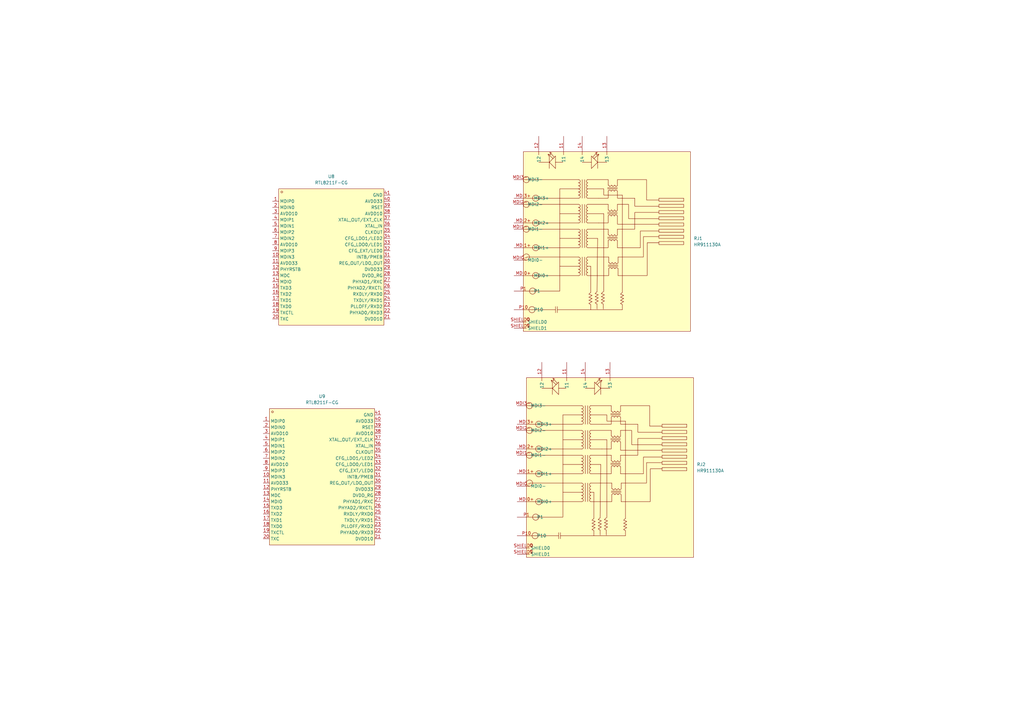
<source format=kicad_sch>
(kicad_sch (version 20250114) (generator "eeschema") (generator_version "9.0")
  (paper "A3")
  (title_block (date "2025-02-20") (rev "V0.1") (company "Matthew Spotten"))
  (lib_symbols
    (symbol "easyeda2kicad:HR911130A"
      (property "Reference" "RJ" (at 0 44.45 0))
      (property "Value" "HR911130A" (at 0 -44.45 0))
      (symbol "HR911130A_0_1"
        (rectangle (start -29.21 33.02) (end 39.37 -40.64) (fill (type background)))
        (circle (center -27.94 21.59) (radius 1.27))
        (circle (center -27.94 11.43) (radius 1.27))
        (circle (center -27.94 1.27) (radius 1.27))
        (circle (center -27.94 -10.16) (radius 1.27))
        (circle (center -27.18 -35.56) (radius 0.51))
        (circle (center -27.18 -38.1) (radius 0.51))
        (circle (center -25.65 -31.75) (radius 1.27))
        (circle (center -25.4 -24.13) (radius 1.27))
        (circle (center -24.13 13.97) (radius 1.27))
        (circle (center -24.13 3.81) (radius 1.27))
        (circle (center -24.13 -6.35) (radius 1.27))
        (circle (center -24.13 -17.78) (radius 1.27))
        (polyline (pts (xy -19.05 32) (xy -18.8 31.24)))
        (polyline (pts (xy -19.05 32) (xy -18.03 31.75)))
        (polyline (pts (xy -18.54 31.24) (xy -18.54 28.7)))
        (polyline (pts (xy -18.54 28.7) (xy -18.54 26.16)))
        (polyline (pts (xy -18.54 28.7) (xy -17.02 30.23)))
        (polyline (pts (xy -18.29 32.77) (xy -18.03 31.75)))
        (polyline (pts (xy -18.29 32.77) (xy -17.53 32.51)))
        (polyline (pts (xy -18.29 28.7) (xy -22.86 28.7)))
        (polyline (pts (xy -17.02 30.23) (xy -19.05 32)))
        (polyline (pts (xy -17.02 30.23) (xy -16.51 30.73)))
        (polyline (pts (xy -16.51 30.73) (xy -18.29 32.77)))
        (polyline (pts (xy -16.51 30.73) (xy -16 31.24)))
        (polyline (pts (xy -16 31.24) (xy -16 28.7)))
        (polyline (pts (xy -16 28.7) (xy -16 26.16)))
        (polyline (pts (xy -16 28.7) (xy -12.95 28.7)))
        (polyline (pts (xy -16 26.16) (xy -18.54 28.7)))
        (polyline (pts (xy -16 -30.48) (xy -16 -33.02)))
        (polyline (pts (xy -16 -31.75) (xy -25.4 -31.75)))
        (polyline (pts (xy -15.24 -30.48) (xy -15.24 -33.02)))
        (polyline (pts (xy -14.22 17.78) (xy -14.22 -24.13) (xy -25.4 -24.13)))
        (arc (start -5.84 15.75) (mid -6.1536 15.396) (end -6.6 15.24))
        (arc (start -5.84 5.59) (mid -6.1536 5.236) (end -6.6 5.08))
        (arc (start -5.84 -4.57) (mid -6.1536 -4.924) (end -6.6 -5.08))
        (arc (start -5.84 -16) (mid -6.1536 -16.354) (end -6.6 -16.51))
        (polyline (pts (xy -6.6 21.59) (xy -27.94 21.59)))
        (polyline (pts (xy -6.6 17.78) (xy -14.22 17.78)))
        (polyline (pts (xy -6.6 13.97) (xy -25.4 13.97)))
        (polyline (pts (xy -6.6 11.43) (xy -27.94 11.43)))
        (polyline (pts (xy -6.6 7.62) (xy -14.22 7.62)))
        (polyline (pts (xy -6.6 3.81) (xy -25.4 3.81)))
        (polyline (pts (xy -6.6 1.27) (xy -27.94 1.27)))
        (polyline (pts (xy -6.6 -2.54) (xy -14.22 -2.54)))
        (polyline (pts (xy -6.6 -6.35) (xy -25.4 -6.35)))
        (polyline (pts (xy -6.6 -10.16) (xy -27.94 -10.16)))
        (polyline (pts (xy -6.6 -13.97) (xy -14.22 -13.97)))
        (polyline (pts (xy -6.6 -17.78) (xy -25.4 -17.78)))
        (arc (start -6.6 21.59) (mid -6.0601 21.3699) (end -5.84 20.83))
        (arc (start -6.6 20.32) (mid -6.0601 20.0999) (end -5.84 19.56))
        (arc (start -6.6 19.05) (mid -6.0601 18.8299) (end -5.84 18.29))
        (arc (start -6.6 17.78) (mid -6.0601 17.5599) (end -5.84 17.02))
        (arc (start -6.6 16.51) (mid -6.0601 16.2899) (end -5.84 15.75))
        (arc (start -6.6 15.24) (mid -6.0601 15.0199) (end -5.84 14.48))
        (arc (start -6.6 11.43) (mid -6.0601 11.2099) (end -5.84 10.67))
        (arc (start -6.6 10.16) (mid -6.0601 9.9399) (end -5.84 9.4))
        (arc (start -6.6 8.89) (mid -6.0601 8.6699) (end -5.84 8.13))
        (arc (start -6.6 7.62) (mid -6.0601 7.3999) (end -5.84 6.86))
        (arc (start -6.6 6.35) (mid -6.0601 6.1299) (end -5.84 5.59))
        (arc (start -6.6 5.08) (mid -6.0601 4.8599) (end -5.84 4.32))
        (arc (start -6.6 1.27) (mid -6.0601 1.0499) (end -5.84 0.51))
        (arc (start -6.6 0) (mid -6.0601 -0.2201) (end -5.84 -0.76))
        (arc (start -6.6 -1.27) (mid -6.0601 -1.4901) (end -5.84 -2.03))
        (arc (start -6.6 -2.54) (mid -6.0601 -2.7601) (end -5.84 -3.3))
        (arc (start -6.6 -3.81) (mid -6.0601 -4.0301) (end -5.84 -4.57))
        (arc (start -6.6 -5.08) (mid -6.0601 -5.3001) (end -5.84 -5.84))
        (arc (start -6.6 -10.16) (mid -6.0601 -10.3801) (end -5.84 -10.92))
        (arc (start -6.6 -11.43) (mid -6.0601 -11.6501) (end -5.84 -12.19))
        (arc (start -6.6 -12.7) (mid -6.0601 -12.9201) (end -5.84 -13.46))
        (arc (start -6.6 -13.97) (mid -6.0601 -14.1901) (end -5.84 -14.73))
        (arc (start -6.6 -15.24) (mid -6.0601 -15.4601) (end -5.84 -16))
        (arc (start -6.6 -16.51) (mid -6.0601 -16.7301) (end -5.84 -17.27))
        (arc (start -5.84 20.83) (mid -6.1141 20.4171) (end -6.6 20.32))
        (arc (start -5.84 19.56) (mid -6.1141 19.1471) (end -6.6 19.05))
        (arc (start -5.84 18.29) (mid -6.1141 17.8771) (end -6.6 17.78))
        (arc (start -5.84 17.02) (mid -6.1141 16.6071) (end -6.6 16.51))
        (arc (start -5.84 14.48) (mid -6.1141 14.0671) (end -6.6 13.97))
        (arc (start -5.84 10.67) (mid -6.1141 10.2571) (end -6.6 10.16))
        (arc (start -5.84 9.4) (mid -6.1141 8.9871) (end -6.6 8.89))
        (arc (start -5.84 8.13) (mid -6.1141 7.7171) (end -6.6 7.62))
        (arc (start -5.84 6.86) (mid -6.1141 6.4471) (end -6.6 6.35))
        (arc (start -5.84 4.32) (mid -6.1141 3.9071) (end -6.6 3.81))
        (arc (start -5.84 0.51) (mid -6.1141 0.0971) (end -6.6 0))
        (arc (start -5.84 -0.76) (mid -6.1141 -1.1729) (end -6.6 -1.27))
        (arc (start -5.84 -2.03) (mid -6.1141 -2.4429) (end -6.6 -2.54))
        (arc (start -5.84 -3.3) (mid -6.1141 -3.7129) (end -6.6 -3.81))
        (arc (start -5.84 -5.84) (mid -6.1141 -6.2529) (end -6.6 -6.35))
        (arc (start -5.84 -10.92) (mid -6.1141 -11.3329) (end -6.6 -11.43))
        (arc (start -5.84 -12.19) (mid -6.1141 -12.6029) (end -6.6 -12.7))
        (arc (start -5.84 -13.46) (mid -6.1141 -13.8729) (end -6.6 -13.97))
        (arc (start -5.84 -14.73) (mid -6.1141 -15.1429) (end -6.6 -15.24))
        (arc (start -5.84 -17.27) (mid -6.1141 -17.6829) (end -6.6 -17.78))
        (polyline (pts (xy -5.08 21.59) (xy -5.08 13.97)))
        (polyline (pts (xy -5.08 11.43) (xy -5.08 3.81)))
        (polyline (pts (xy -5.08 1.27) (xy -5.08 -6.35)))
        (polyline (pts (xy -5.08 -10.16) (xy -5.08 -17.78)))
        (polyline (pts (xy -4.06 21.59) (xy -4.06 13.97)))
        (polyline (pts (xy -4.06 11.43) (xy -4.06 3.81)))
        (polyline (pts (xy -4.06 1.27) (xy -4.06 -6.35)))
        (polyline (pts (xy -4.06 -10.16) (xy -4.06 -17.78)))
        (polyline (pts (xy -3.05 -13.97) (xy -1.52 -13.97)))
        (arc (start -2.79 20.32) (mid -3.1516 20.4684) (end -3.3 20.83))
        (arc (start -2.79 19.05) (mid -3.1516 19.1984) (end -3.3 19.56))
        (arc (start -2.79 17.78) (mid -3.1516 17.9284) (end -3.3 18.29))
        (arc (start -2.79 16.51) (mid -3.1516 16.6584) (end -3.3 17.02))
        (arc (start -2.79 15.24) (mid -3.1516 15.3884) (end -3.3 15.75))
        (arc (start -2.79 13.97) (mid -3.1516 14.1184) (end -3.3 14.48))
        (arc (start -2.79 10.16) (mid -3.1516 10.3084) (end -3.3 10.67))
        (arc (start -2.79 8.89) (mid -3.1516 9.0384) (end -3.3 9.4))
        (arc (start -2.79 7.62) (mid -3.1516 7.7684) (end -3.3 8.13))
        (arc (start -2.79 6.35) (mid -3.1516 6.4984) (end -3.3 6.86))
        (arc (start -2.79 5.08) (mid -3.1516 5.2284) (end -3.3 5.59))
        (arc (start -2.79 3.81) (mid -3.1516 3.9584) (end -3.3 4.32))
        (arc (start -2.79 0) (mid -3.1516 0.1484) (end -3.3 0.51))
        (arc (start -2.79 -1.27) (mid -3.1516 -1.1216) (end -3.3 -0.76))
        (arc (start -2.79 -2.54) (mid -3.1516 -2.3916) (end -3.3 -2.03))
        (arc (start -2.79 -3.81) (mid -3.1516 -3.6616) (end -3.3 -3.3))
        (arc (start -2.79 -5.08) (mid -3.1516 -4.9316) (end -3.3 -4.57))
        (arc (start -2.79 -6.35) (mid -3.1516 -6.2016) (end -3.3 -5.84))
        (arc (start -2.79 -11.43) (mid -3.1516 -11.2816) (end -3.3 -10.92))
        (arc (start -2.79 -12.7) (mid -3.1516 -12.5516) (end -3.3 -12.19))
        (arc (start -2.79 -13.97) (mid -3.1516 -13.8216) (end -3.3 -13.46))
        (arc (start -2.79 -15.24) (mid -3.1516 -15.0916) (end -3.3 -14.73))
        (arc (start -2.79 -16.51) (mid -3.1516 -16.3616) (end -3.3 -16))
        (arc (start -2.79 -17.78) (mid -3.1516 -17.6316) (end -3.3 -17.27))
        (polyline (pts (xy -2.79 17.78) (xy 3.81 17.78) (xy 3.81 15.24) (xy 11.43 15.24)))
        (polyline (pts (xy -2.79 13.97) (xy 1.78 13.97)))
        (polyline (pts (xy -2.79 7.62) (xy 3.81 7.62)))
        (polyline (pts (xy -2.79 3.81) (xy 1.78 3.81)))
        (polyline (pts (xy -2.79 -2.54) (xy 1.27 -2.54)))
        (polyline (pts (xy -2.79 -6.35) (xy 1.78 -6.35)))
        (polyline (pts (xy -2.79 -17.78) (xy 5.84 -17.78) (xy 5.84 -14.99)))
        (arc (start -3.3 20.83) (mid -3.2032 21.3162) (end -2.79 21.59))
        (arc (start -3.3 18.29) (mid -3.2032 18.7762) (end -2.79 19.05))
        (arc (start -3.3 17.02) (mid -3.2032 17.5062) (end -2.79 17.78))
        (arc (start -3.3 15.75) (mid -3.2032 16.2362) (end -2.79 16.51))
        (arc (start -3.3 14.48) (mid -3.2032 14.9662) (end -2.79 15.24))
        (arc (start -3.3 10.67) (mid -3.2032 11.1562) (end -2.79 11.43))
        (arc (start -3.3 8.13) (mid -3.2032 8.6162) (end -2.79 8.89))
        (arc (start -3.3 6.86) (mid -3.2032 7.3462) (end -2.79 7.62))
        (arc (start -3.3 5.59) (mid -3.2032 6.0762) (end -2.79 6.35))
        (arc (start -3.3 4.32) (mid -3.2032 4.8062) (end -2.79 5.08))
        (arc (start -3.3 0.51) (mid -3.2032 0.9962) (end -2.79 1.27))
        (arc (start -3.3 -2.03) (mid -3.2032 -1.5438) (end -2.79 -1.27))
        (arc (start -3.3 -3.3) (mid -3.2032 -2.8138) (end -2.79 -2.54))
        (arc (start -3.3 -4.57) (mid -3.2032 -4.0838) (end -2.79 -3.81))
        (arc (start -3.3 -5.84) (mid -3.2032 -5.3538) (end -2.79 -5.08))
        (arc (start -3.3 -10.92) (mid -3.2032 -10.4338) (end -2.79 -10.16))
        (arc (start -3.3 -13.46) (mid -3.2032 -12.9738) (end -2.79 -12.7))
        (arc (start -3.3 -14.73) (mid -3.2032 -14.2438) (end -2.79 -13.97))
        (arc (start -3.3 -16) (mid -3.2032 -15.5138) (end -2.79 -15.24))
        (arc (start -3.3 -17.27) (mid -3.2032 -16.7838) (end -2.79 -16.51))
        (arc (start -3.3 19.56) (mid -3.1472 20.0086) (end -2.79 20.32))
        (arc (start -3.3 9.4) (mid -3.1472 9.8486) (end -2.79 10.16))
        (arc (start -3.3 -0.76) (mid -3.1472 -0.3114) (end -2.79 0))
        (arc (start -3.3 -12.19) (mid -3.1472 -11.7414) (end -2.79 -11.43))
        (polyline (pts (xy -2.29 -25.4) (xy -1.02 -25.91)))
        (polyline (pts (xy -2.29 -26.67) (xy -1.02 -27.18)))
        (polyline (pts (xy -2.29 -27.94) (xy -1.02 -28.45)))
        (polyline (pts (xy -2.29 -29.21) (xy -1.52 -29.72)))
        (polyline (pts (xy -1.52 -13.97) (xy -1.52 -24.64)))
        (polyline (pts (xy -1.52 -24.64) (xy -2.29 -25.4)))
        (polyline (pts (xy -1.52 -29.72) (xy -1.52 -31.75)))
        (polyline (pts (xy -1.52 -31.75) (xy -15.24 -31.75)))
        (polyline (pts (xy -1.27 31.24) (xy -1.27 28.7)))
        (polyline (pts (xy -1.27 28.7) (xy -5.08 28.7)))
        (polyline (pts (xy -1.27 28.7) (xy -1.27 26.16)))
        (polyline (pts (xy -1.27 26.16) (xy 1.27 28.7)))
        (polyline (pts (xy -1.02 -25.91) (xy -2.29 -26.67)))
        (polyline (pts (xy -1.02 -27.18) (xy -2.29 -27.94)))
        (polyline (pts (xy -1.02 -28.45) (xy -2.29 -29.21)))
        (polyline (pts (xy -0.76 30.73) (xy -1.27 31.24)))
        (polyline (pts (xy -0.76 30.73) (xy 1.02 32.77)))
        (polyline (pts (xy -0.25 30.23) (xy -0.76 30.73)))
        (polyline (pts (xy -0.25 30.23) (xy 1.78 32)))
        (polyline (pts (xy 0.25 -25.15) (xy 1.52 -25.65)))
        (polyline (pts (xy 0.25 -26.42) (xy 1.52 -26.92)))
        (polyline (pts (xy 0.25 -27.69) (xy 1.52 -28.19)))
        (polyline (pts (xy 0.25 -28.96) (xy 1.02 -29.46)))
        (polyline (pts (xy 1.02 32.77) (xy 0.25 32.51)))
        (polyline (pts (xy 1.02 32.77) (xy 0.76 31.75)))
        (polyline (pts (xy 1.02 -24.38) (xy 0.25 -25.15)))
        (polyline (pts (xy 1.02 -29.46) (xy 1.02 -31.5)))
        (polyline (pts (xy 1.27 31.24) (xy 1.27 28.7)))
        (polyline (pts (xy 1.27 28.7) (xy -0.25 30.23)))
        (polyline (pts (xy 1.27 28.7) (xy 1.27 26.16)))
        (polyline (pts (xy 1.27 28.7) (xy 5.08 28.7)))
        (polyline (pts (xy 1.27 -2.54) (xy 1.02 -24.38)))
        (polyline (pts (xy 1.27 -31.75) (xy -1.52 -31.75)))
        (polyline (pts (xy 1.52 -25.65) (xy 0.25 -26.42)))
        (polyline (pts (xy 1.52 -26.92) (xy 0.25 -27.69)))
        (polyline (pts (xy 1.52 -28.19) (xy 0.25 -28.96)))
        (polyline (pts (xy 1.78 32) (xy 0.76 31.75)))
        (polyline (pts (xy 1.78 32) (xy 1.52 31.24)))
        (polyline (pts (xy 1.78 13.97) (xy 5.59 13.97) (xy 5.59 16.76)))
        (polyline (pts (xy 1.78 3.81) (xy 5.59 3.81) (xy 5.59 6.6)))
        (polyline (pts (xy 1.78 -6.35) (xy 5.59 -6.35) (xy 5.59 -3.56)))
        (polyline (pts (xy 2.79 -25.15) (xy 4.06 -25.65)))
        (polyline (pts (xy 2.79 -26.42) (xy 4.06 -26.92)))
        (polyline (pts (xy 2.79 -27.69) (xy 4.06 -28.19)))
        (polyline (pts (xy 2.79 -28.96) (xy 3.56 -29.46)))
        (polyline (pts (xy 3.56 -24.38) (xy 2.79 -25.15)))
        (polyline (pts (xy 3.56 -29.46) (xy 3.56 -31.5)))
        (polyline (pts (xy 3.81 7.62) (xy 3.81 -24.38)))
        (polyline (pts (xy 3.81 -31.75) (xy 1.27 -31.75)))
        (polyline (pts (xy 4.06 -25.65) (xy 2.79 -26.42)))
        (polyline (pts (xy 4.06 -26.92) (xy 2.79 -27.69)))
        (polyline (pts (xy 4.06 -28.19) (xy 2.79 -28.96)))
        (polyline (pts (xy 5.33 18.29) (xy 9.4 18.29)))
        (polyline (pts (xy 5.33 17.78) (xy 9.4 17.78)))
        (polyline (pts (xy 5.33 8.13) (xy 9.4 8.13)))
        (polyline (pts (xy 5.33 7.62) (xy 9.4 7.62)))
        (polyline (pts (xy 5.33 -2.03) (xy 9.4 -2.03)))
        (polyline (pts (xy 5.33 -2.54) (xy 9.4 -2.54)))
        (polyline (pts (xy 5.59 21.59) (xy -2.79 21.59)))
        (polyline (pts (xy 5.59 19.3) (xy 5.59 21.59)))
        (arc (start 5.59 19.3) (mid 5.9471 19.1541) (end 6.1 18.8))
        (polyline (pts (xy 5.59 11.43) (xy -2.79 11.43)))
        (polyline (pts (xy 5.59 9.14) (xy 5.59 11.43)))
        (arc (start 5.59 9.14) (mid 5.9471 8.9941) (end 6.1 8.64))
        (polyline (pts (xy 5.59 1.27) (xy -2.79 1.27)))
        (polyline (pts (xy 5.59 -1.02) (xy 5.59 1.27)))
        (arc (start 5.59 -1.02) (mid 5.9471 -1.1659) (end 6.1 -1.52))
        (polyline (pts (xy 5.59 -13.46) (xy 9.65 -13.46)))
        (polyline (pts (xy 5.59 -13.97) (xy 9.65 -13.97)))
        (arc (start 5.84 -12.45) (mid 6.1943 -12.5987) (end 6.35 -12.95))
        (polyline (pts (xy 5.84 -10.16) (xy -2.79 -10.16)))
        (polyline (pts (xy 5.84 -12.45) (xy 5.84 -10.16)))
        (arc (start 5.59 16.76) (mid 5.7394 17.1206) (end 6.1 17.27))
        (arc (start 5.59 6.6) (mid 5.7394 6.9606) (end 6.1 7.11))
        (arc (start 5.59 -3.56) (mid 5.7394 -3.1994) (end 6.1 -3.05))
        (arc (start 6.1 17.27) (mid 6.5836 17.1702) (end 6.86 16.76))
        (arc (start 6.1 7.11) (mid 6.5836 7.0102) (end 6.86 6.6))
        (arc (start 6.1 -3.05) (mid 6.5836 -3.1498) (end 6.86 -3.56))
        (arc (start 6.86 19.3) (mid 6.57 18.88) (end 6.1 18.8))
        (arc (start 6.86 9.14) (mid 6.57 8.72) (end 6.1 8.64))
        (arc (start 6.86 -1.02) (mid 6.57 -1.44) (end 6.1 -1.52))
        (arc (start 5.84 -14.99) (mid 5.9922 -14.6322) (end 6.35 -14.48))
        (arc (start 6.35 -14.48) (mid 6.8336 -14.5798) (end 7.11 -14.99))
        (arc (start 7.11 -12.45) (mid 6.82 -12.87) (end 6.35 -12.95))
        (arc (start 6.86 19.3) (mid 7.2171 19.1541) (end 7.37 18.8))
        (arc (start 6.86 9.14) (mid 7.2171 8.9941) (end 7.37 8.64))
        (arc (start 6.86 -1.02) (mid 7.2171 -1.1659) (end 7.37 -1.52))
        (arc (start 7.11 -12.45) (mid 7.4643 -12.5987) (end 7.62 -12.95))
        (arc (start 6.86 16.76) (mid 7.0094 17.1206) (end 7.37 17.27))
        (arc (start 6.86 6.6) (mid 7.0094 6.9606) (end 7.37 7.11))
        (arc (start 6.86 -3.56) (mid 7.0094 -3.1994) (end 7.37 -3.05))
        (arc (start 7.37 17.27) (mid 7.8536 17.1702) (end 8.13 16.76))
        (arc (start 7.37 7.11) (mid 7.8536 7.0102) (end 8.13 6.6))
        (arc (start 7.37 -3.05) (mid 7.8536 -3.1498) (end 8.13 -3.56))
        (arc (start 8.13 19.3) (mid 7.84 18.88) (end 7.37 18.8))
        (arc (start 8.13 9.14) (mid 7.84 8.72) (end 7.37 8.64))
        (arc (start 8.13 -1.02) (mid 7.84 -1.44) (end 7.37 -1.52))
        (arc (start 7.11 -14.99) (mid 7.2622 -14.6322) (end 7.62 -14.48))
        (arc (start 7.62 -14.48) (mid 8.1036 -14.5798) (end 8.38 -14.99))
        (arc (start 8.38 -12.45) (mid 8.09 -12.87) (end 7.62 -12.95))
        (arc (start 8.13 19.3) (mid 8.4871 19.1541) (end 8.64 18.8))
        (arc (start 8.13 9.14) (mid 8.4871 8.9941) (end 8.64 8.64))
        (arc (start 8.13 -1.02) (mid 8.4871 -1.1659) (end 8.64 -1.52))
        (arc (start 8.38 -12.45) (mid 8.7343 -12.5987) (end 8.89 -12.95))
        (arc (start 8.13 16.76) (mid 8.2794 17.1206) (end 8.64 17.27))
        (arc (start 8.13 6.6) (mid 8.2794 6.9606) (end 8.64 7.11))
        (arc (start 8.13 -3.56) (mid 8.2794 -3.1994) (end 8.64 -3.05))
        (arc (start 8.64 17.27) (mid 9.1236 17.1702) (end 9.4 16.76))
        (arc (start 8.64 7.11) (mid 9.1236 7.0102) (end 9.4 6.6))
        (arc (start 8.64 -3.05) (mid 9.1236 -3.1498) (end 9.4 -3.56))
        (arc (start 9.4 19.3) (mid 9.11 18.88) (end 8.64 18.8))
        (arc (start 9.4 9.14) (mid 9.11 8.72) (end 8.64 8.64))
        (arc (start 9.4 -1.02) (mid 9.11 -1.44) (end 8.64 -1.52))
        (arc (start 8.38 -14.99) (mid 8.5322 -14.6322) (end 8.89 -14.48))
        (arc (start 8.89 -14.48) (mid 9.3736 -14.5798) (end 9.65 -14.99))
        (arc (start 9.65 -12.45) (mid 9.36 -12.87) (end 8.89 -12.95))
        (polyline (pts (xy 9.4 16.76) (xy 9.4 13.97) (xy 16.51 13.97) (xy 16.51 10.67) (xy 26.42 10.67)))
        (polyline (pts (xy 9.4 11.43) (xy 9.4 9.14)))
        (polyline (pts (xy 9.4 11.43) (xy 13.97 11.43) (xy 13.97 5.59) (xy 26.42 5.59)))
        (polyline (pts (xy 9.4 6.6) (xy 9.4 3.3) (xy 26.42 3.3)))
        (polyline (pts (xy 9.4 1.27) (xy 9.4 -1.02)))
        (polyline (pts (xy 9.4 -3.56) (xy 9.4 -6.35)))
        (polyline (pts (xy 9.65 -10.16) (xy 9.65 -12.45)))
        (polyline (pts (xy 9.65 -14.99) (xy 9.65 -17.78)))
        (polyline (pts (xy 10.67 -25.4) (xy 11.94 -25.91)))
        (polyline (pts (xy 10.67 -26.67) (xy 11.94 -27.18)))
        (polyline (pts (xy 10.67 -27.94) (xy 11.94 -28.45)))
        (polyline (pts (xy 10.67 -29.21) (xy 11.43 -29.72)))
        (polyline (pts (xy 11.43 15.24) (xy 11.43 -24.64)))
        (polyline (pts (xy 11.43 -24.64) (xy 10.67 -25.4)))
        (polyline (pts (xy 11.43 -29.72) (xy 11.43 -31.75)))
        (polyline (pts (xy 11.43 -31.75) (xy 3.81 -31.75)))
        (polyline (pts (xy 11.94 -25.91) (xy 10.67 -26.67)))
        (polyline (pts (xy 11.94 -27.18) (xy 10.67 -27.94)))
        (polyline (pts (xy 11.94 -28.45) (xy 10.67 -29.21)))
        (rectangle (start 26.42 13.97) (end 36.58 12.7) (fill (type background)))
        (polyline (pts (xy 26.42 13.21) (xy 21.34 13.21) (xy 21.34 21.59) (xy 9.4 21.59) (xy 9.4 19.3)))
        (rectangle (start 26.42 11.43) (end 36.58 10.16) (fill (type background)))
        (rectangle (start 26.42 8.89) (end 36.58 7.62) (fill (type background)))
        (polyline (pts (xy 26.42 8.13) (xy 16.51 8.13) (xy 16.51 1.27) (xy 9.4 1.27)))
        (rectangle (start 26.42 6.35) (end 36.58 5.08) (fill (type background)))
        (rectangle (start 26.42 3.81) (end 36.58 2.54) (fill (type background)))
        (rectangle (start 26.42 1.27) (end 36.58 0) (fill (type background)))
        (polyline (pts (xy 26.42 0.51) (xy 18.8 0.51) (xy 18.8 -6.35) (xy 9.4 -6.35)))
        (rectangle (start 26.42 -1.27) (end 36.58 -2.54) (fill (type background)))
        (polyline (pts (xy 26.42 -1.78) (xy 20.07 -1.78) (xy 20.07 -10.16) (xy 9.65 -10.16)))
        (rectangle (start 26.42 -3.81) (end 36.58 -5.08) (fill (type background)))
        (polyline (pts (xy 26.42 -4.32) (xy 21.59 -4.32) (xy 21.59 -17.78) (xy 9.65 -17.78)))
        (pin unspecified line (at -33.02 21.59 0) (length 5.08) (name "MDI3-") (number "MDI3-"))
        (pin unspecified line (at -33.02 13.97 0) (length 7.62) (name "MDI3+") (number "MDI3+"))
        (pin unspecified line (at -33.02 11.43 0) (length 5.08) (name "MDI2-") (number "MDI2-"))
        (pin unspecified line (at -33.02 3.81 0) (length 7.62) (name "MDI2+") (number "MDI2+"))
        (pin unspecified line (at -33.02 1.27 0) (length 5.08) (name "MDI1-") (number "MDI1-"))
        (pin unspecified line (at -33.02 -6.35 0) (length 7.62) (name "MDI1+") (number "MDI1+"))
        (pin unspecified line (at -33.02 -11.43 0) (length 5.08) (name "MDI0-") (number "MDI0-"))
        (pin unspecified line (at -33.02 -17.78 0) (length 7.62) (name "MDI0+") (number "MDI0+"))
        (pin unspecified line (at -33.02 -24.13 0) (length 7.62) (name "P1") (number "P1"))
        (pin unspecified line (at -33.02 -31.75 0) (length 7.62) (name "P10") (number "P10"))
        (pin unspecified line (at -33.02 -36.83 0) (length 5.08) (name "SHIELD0") (number "SHIELD0"))
        (pin unspecified line (at -33.02 -39.37 0) (length 5.08) (name "SHIELD1") (number "SHIELD1"))
        (pin unspecified line (at -22.86 39.37 270) (length 7.62) (name "12") (number "12"))
        (pin unspecified line (at -12.7 39.37 270) (length 7.62) (name "11") (number "11"))
        (pin unspecified line (at -5.08 39.37 270) (length 7.62) (name "14") (number "14"))
        (pin unspecified line (at 5.08 39.37 270) (length 7.62) (name "13") (number "13"))
      )
    )
    (symbol "easyeda2kicad:RTL8211F-CG"
      (property "Reference" "U" (at 0 30.48 0))
      (property "Value" "RTL8211F-CG" (at 0 -30.48 0))
      (symbol "RTL8211F-CG_0_1"
        (rectangle (start -21.59 27.94) (end 21.59 -27.94) (fill (type background)))
        (circle (center -20.32 26.67) (radius 0.38))
        (pin unspecified line (at -24.13 22.86 0) (length 2.54) (name "MDIP0") (number "1"))
        (pin unspecified line (at -24.13 20.32 0) (length 2.54) (name "MDIN0") (number "2"))
        (pin unspecified line (at -24.13 17.78 0) (length 2.54) (name "AVDD10") (number "3"))
        (pin unspecified line (at -24.13 15.24 0) (length 2.54) (name "MDIP1") (number "4"))
        (pin unspecified line (at -24.13 12.7 0) (length 2.54) (name "MDIN1") (number "5"))
        (pin unspecified line (at -24.13 10.16 0) (length 2.54) (name "MDIP2") (number "6"))
        (pin unspecified line (at -24.13 7.62 0) (length 2.54) (name "MDIN2") (number "7"))
        (pin unspecified line (at -24.13 5.08 0) (length 2.54) (name "AVDD10") (number "8"))
        (pin unspecified line (at -24.13 2.54 0) (length 2.54) (name "MDIP3") (number "9"))
        (pin unspecified line (at -24.13 0 0) (length 2.54) (name "MDIN3") (number "10"))
        (pin unspecified line (at -24.13 -2.54 0) (length 2.54) (name "AVDD33") (number "11"))
        (pin unspecified line (at -24.13 -5.08 0) (length 2.54) (name "PHYRSTB") (number "12"))
        (pin unspecified line (at -24.13 -7.62 0) (length 2.54) (name "MDC") (number "13"))
        (pin unspecified line (at -24.13 -10.16 0) (length 2.54) (name "MDIO") (number "14"))
        (pin unspecified line (at -24.13 -12.7 0) (length 2.54) (name "TXD3") (number "15"))
        (pin unspecified line (at -24.13 -15.24 0) (length 2.54) (name "TXD2") (number "16"))
        (pin unspecified line (at -24.13 -17.78 0) (length 2.54) (name "TXD1") (number "17"))
        (pin unspecified line (at -24.13 -20.32 0) (length 2.54) (name "TXD0") (number "18"))
        (pin unspecified line (at -24.13 -22.86 0) (length 2.54) (name "TXCTL") (number "19"))
        (pin unspecified line (at -24.13 -25.4 0) (length 2.54) (name "TXC") (number "20"))
        (pin unspecified line (at 24.13 25.4 180) (length 2.54) (name "GND") (number "41"))
        (pin unspecified line (at 24.13 22.86 180) (length 2.54) (name "AVDD33") (number "40"))
        (pin unspecified line (at 24.13 20.32 180) (length 2.54) (name "RSET") (number "39"))
        (pin unspecified line (at 24.13 17.78 180) (length 2.54) (name "AVDD10") (number "38"))
        (pin unspecified line (at 24.13 15.24 180) (length 2.54) (name "XTAL_OUT/EXT_CLK") (number "37"))
        (pin unspecified line (at 24.13 12.7 180) (length 2.54) (name "XTAL_IN") (number "36"))
        (pin unspecified line (at 24.13 10.16 180) (length 2.54) (name "CLKOUT") (number "35"))
        (pin unspecified line (at 24.13 7.62 180) (length 2.54) (name "CFG_LDO1/LED2") (number "34"))
        (pin unspecified line (at 24.13 5.08 180) (length 2.54) (name "CFG_LDO0/LED1") (number "33"))
        (pin unspecified line (at 24.13 2.54 180) (length 2.54) (name "CFG_EXT/LED0") (number "32"))
        (pin unspecified line (at 24.13 0 180) (length 2.54) (name "INTB/PMEB") (number "31"))
        (pin unspecified line (at 24.13 -2.54 180) (length 2.54) (name "REG_OUT/LDO_OUT") (number "30"))
        (pin unspecified line (at 24.13 -5.08 180) (length 2.54) (name "DVDD33") (number "29"))
        (pin unspecified line (at 24.13 -7.62 180) (length 2.54) (name "DVDD_RG") (number "28"))
        (pin unspecified line (at 24.13 -10.16 180) (length 2.54) (name "PHYAD1/RXC") (number "27"))
        (pin unspecified line (at 24.13 -12.7 180) (length 2.54) (name "PHYAD2/RXCTL") (number "26"))
        (pin unspecified line (at 24.13 -15.24 180) (length 2.54) (name "RXDLY/RXD0") (number "25"))
        (pin unspecified line (at 24.13 -17.78 180) (length 2.54) (name "TXDLY/RXD1") (number "24"))
        (pin unspecified line (at 24.13 -20.32 180) (length 2.54) (name "PLLOFF/RXD2") (number "23"))
        (pin unspecified line (at 24.13 -22.86 180) (length 2.54) (name "PHYAD0/RXD3") (number "22"))
        (pin unspecified line (at 24.13 -25.4 180) (length 2.54) (name "DVDD10") (number "21"))
      )
    )
  )
  (symbol (lib_id "easyeda2kicad:RTL8211F-CG") (at 132.08 195.58 0) (unit 1)
    (property "Reference" "U9" (at 132.08 162.56 0))
    (property "Value" "RTL8211F-CG" (at 132.08 165.1 0))
    (property "Footprint" "easyeda2kicad:WQFN-40_L5.0-W5.0-P0.4-BL-EP" (effects (hide yes)))
    (property "Datasheet" "https://lcsc.com/product-detail/New-Arrivals_Realtek-Semicon-RTL8211F-CG_C187932.html" (effects (hide yes)))
    (property "LCSC Part" "C187932" (effects (hide yes)))
  )
  (symbol (lib_id "easyeda2kicad:HR911130A") (at 245.11 187.96 0) (unit 1)
    (property "Reference" "RJ2" (at 285.75 190.4999 0) (effects (justify left)))
    (property "Value" "HR911130A" (at 285.75 193.0399 0) (effects (justify left)))
    (property "Footprint" "easyeda2kicad:RJ45-TH_HR911130A" (effects (hide yes)))
    (property "Datasheet" "https://lcsc.com/product-detail/RJ45_HR911130A_C54408.html" (effects (hide yes)))
    (property "LCSC Part" "C54408" (effects (hide yes)))
  )
  (symbol (lib_id "easyeda2kicad:RTL8211F-CG") (at 135.89 105.41 0) (unit 1)
    (property "Reference" "U8" (at 135.89 72.39 0))
    (property "Value" "RTL8211F-CG" (at 135.89 74.93 0))
    (property "Footprint" "easyeda2kicad:WQFN-40_L5.0-W5.0-P0.4-BL-EP" (effects (hide yes)))
    (property "Datasheet" "https://lcsc.com/product-detail/New-Arrivals_Realtek-Semicon-RTL8211F-CG_C187932.html" (effects (hide yes)))
    (property "LCSC Part" "C187932" (effects (hide yes)))
  )
  (symbol (lib_id "easyeda2kicad:HR911130A") (at 243.84 95.25 0) (unit 1)
    (property "Reference" "RJ1" (at 284.48 97.7899 0) (effects (justify left)))
    (property "Value" "HR911130A" (at 284.48 100.3299 0) (effects (justify left)))
    (property "Footprint" "easyeda2kicad:RJ45-TH_HR911130A" (effects (hide yes)))
    (property "Datasheet" "https://lcsc.com/product-detail/RJ45_HR911130A_C54408.html" (effects (hide yes)))
    (property "LCSC Part" "C54408" (effects (hide yes)))
  )
)
</source>
